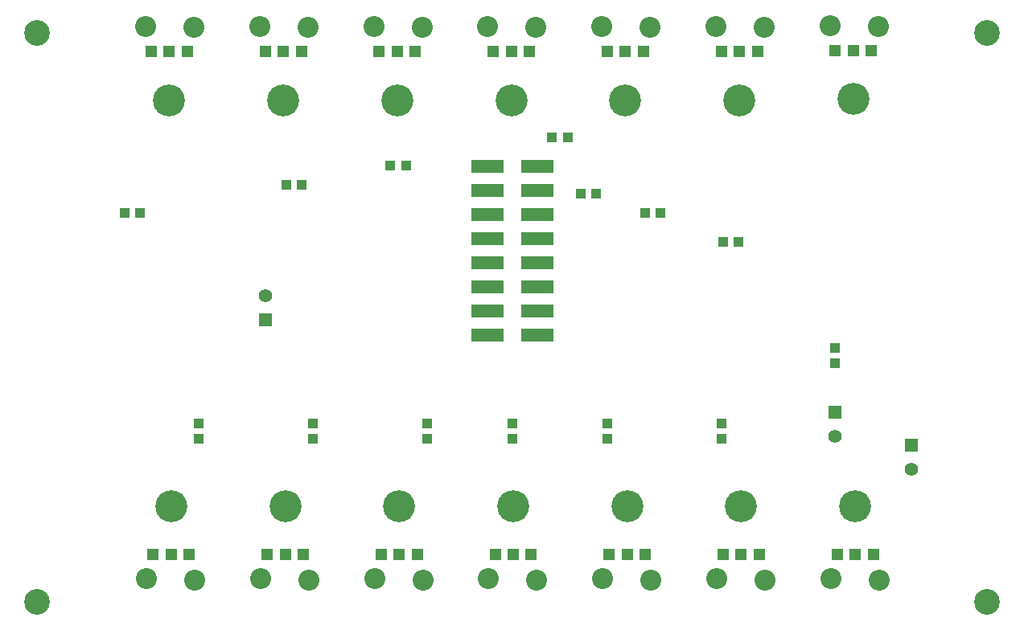
<source format=gts>
G04*
G04 #@! TF.GenerationSoftware,Altium Limited,Altium Designer,20.2.6 (244)*
G04*
G04 Layer_Color=8388736*
%FSLAX25Y25*%
%MOIN*%
G70*
G04*
G04 #@! TF.SameCoordinates,78553FFF-4CE1-44D2-B870-6997896BCA41*
G04*
G04*
G04 #@! TF.FilePolarity,Negative*
G04*
G01*
G75*
%ADD13R,0.04469X0.04182*%
%ADD14R,0.04182X0.04469*%
%ADD16R,0.13300X0.05288*%
%ADD17C,0.05524*%
%ADD18R,0.05524X0.05524*%
%ADD19C,0.08674*%
%ADD20R,0.04737X0.04737*%
%ADD21C,0.13202*%
%ADD22C,0.10642*%
D13*
X421987Y287402D02*
D03*
X428407D02*
D03*
X389764Y299213D02*
D03*
X396184D02*
D03*
X362931Y307087D02*
D03*
X369352D02*
D03*
X290612Y318898D02*
D03*
X284191D02*
D03*
X247305Y311024D02*
D03*
X240884D02*
D03*
X180376Y299213D02*
D03*
X173955D02*
D03*
X357541Y330709D02*
D03*
X351120D02*
D03*
D14*
X204724Y211872D02*
D03*
Y205451D02*
D03*
X299213Y211872D02*
D03*
Y205451D02*
D03*
X334646Y211872D02*
D03*
Y205451D02*
D03*
X251969Y211872D02*
D03*
Y205451D02*
D03*
X374016Y211872D02*
D03*
Y205451D02*
D03*
X421260Y211872D02*
D03*
Y205451D02*
D03*
X468504Y243368D02*
D03*
Y236947D02*
D03*
D16*
X344892Y248465D02*
D03*
X324400D02*
D03*
X344892Y258465D02*
D03*
X324400D02*
D03*
X344892Y268465D02*
D03*
X324400D02*
D03*
X344892Y278465D02*
D03*
X324400D02*
D03*
X344892Y288465D02*
D03*
X324400D02*
D03*
X344892Y298465D02*
D03*
X324400D02*
D03*
X344892Y308465D02*
D03*
X324400D02*
D03*
X344892Y318465D02*
D03*
X324400D02*
D03*
D17*
X232283Y264921D02*
D03*
X500000Y192913D02*
D03*
X468504Y206535D02*
D03*
D18*
X232283Y254921D02*
D03*
X500000Y202913D02*
D03*
X468504Y216535D02*
D03*
D19*
X438976Y376142D02*
D03*
X418976Y376673D02*
D03*
X230000D02*
D03*
X250000Y376142D02*
D03*
X486535Y146949D02*
D03*
X466535Y147480D02*
D03*
X182756Y376673D02*
D03*
X202756Y376142D02*
D03*
X183071Y147480D02*
D03*
X203071Y146949D02*
D03*
X250315D02*
D03*
X230315Y147480D02*
D03*
X277559D02*
D03*
X297559Y146949D02*
D03*
X324803Y147480D02*
D03*
X344803Y146949D02*
D03*
X372047Y147480D02*
D03*
X392047Y146949D02*
D03*
X419291Y147480D02*
D03*
X439291Y146949D02*
D03*
X297244Y376142D02*
D03*
X277244Y376673D02*
D03*
X344488Y376142D02*
D03*
X324488Y376673D02*
D03*
X371732D02*
D03*
X391732Y376142D02*
D03*
X466221Y377067D02*
D03*
X486221Y376535D02*
D03*
D20*
X428740Y366142D02*
D03*
X436221D02*
D03*
X421260D02*
D03*
X239764D02*
D03*
X247244D02*
D03*
X232283D02*
D03*
X476772Y157480D02*
D03*
X469291D02*
D03*
X484252D02*
D03*
X200000Y366142D02*
D03*
X192520D02*
D03*
X185039D02*
D03*
X437008Y157480D02*
D03*
X422047D02*
D03*
X389764D02*
D03*
X374803D02*
D03*
X342520D02*
D03*
X327559D02*
D03*
X295276D02*
D03*
X280315D02*
D03*
X248031D02*
D03*
X233071D02*
D03*
X200787D02*
D03*
X185827D02*
D03*
X468504Y366535D02*
D03*
X483465D02*
D03*
X374016Y366142D02*
D03*
X388976D02*
D03*
X326772D02*
D03*
X341732D02*
D03*
X279528D02*
D03*
X294488D02*
D03*
X193307Y157480D02*
D03*
X240551D02*
D03*
X287795D02*
D03*
X335039D02*
D03*
X382283D02*
D03*
X429528D02*
D03*
X287008Y366142D02*
D03*
X334252D02*
D03*
X381496D02*
D03*
X475984Y366535D02*
D03*
D21*
X428740Y346063D02*
D03*
X239764D02*
D03*
X476772Y177559D02*
D03*
X192520Y346063D02*
D03*
X193307Y177559D02*
D03*
X240551D02*
D03*
X287795D02*
D03*
X335039D02*
D03*
X382283D02*
D03*
X429528D02*
D03*
X287008Y346063D02*
D03*
X334252D02*
D03*
X381496D02*
D03*
X475984Y346457D02*
D03*
D22*
X137795Y137795D02*
D03*
X531496D02*
D03*
Y374016D02*
D03*
X137795D02*
D03*
M02*

</source>
